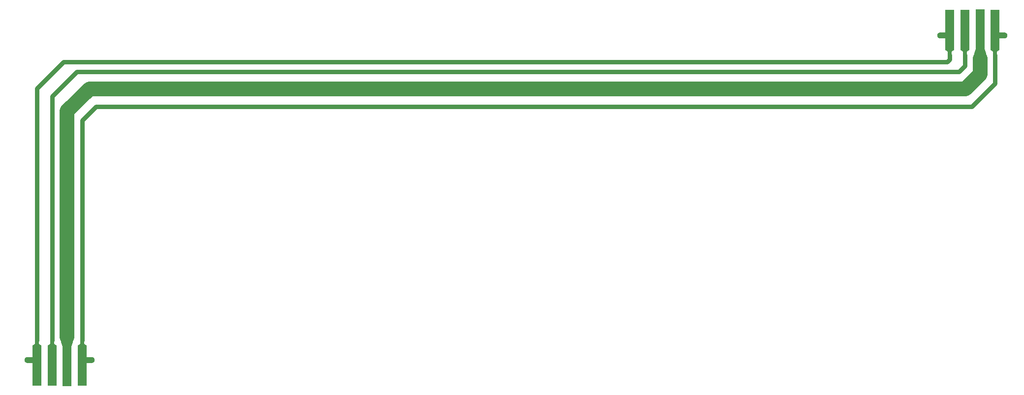
<source format=gtl>
G04 #@! TF.GenerationSoftware,KiCad,Pcbnew,8.0.0*
G04 #@! TF.CreationDate,2024-03-09T16:45:53+00:00*
G04 #@! TF.ProjectId,ibm-model-m-flex-ribbon-cable,69626d2d-6d6f-4646-956c-2d6d2d666c65,rev?*
G04 #@! TF.SameCoordinates,Original*
G04 #@! TF.FileFunction,Copper,L1,Top*
G04 #@! TF.FilePolarity,Positive*
%FSLAX46Y46*%
G04 Gerber Fmt 4.6, Leading zero omitted, Abs format (unit mm)*
G04 Created by KiCad (PCBNEW 8.0.0) date 2024-03-09 16:45:53*
%MOMM*%
%LPD*%
G01*
G04 APERTURE LIST*
G04 Aperture macros list*
%AMFreePoly0*
4,1,24,0.375000,-0.621100,0.800000,-0.871100,0.800000,-2.871100,1.650000,-2.871100,1.721523,-2.873644,1.858776,-2.913945,1.979114,-2.991282,2.072790,-3.099390,2.132213,-3.229509,2.152571,-3.371100,2.132213,-3.512691,2.072790,-3.642810,1.979114,-3.750918,1.858776,-3.828255,1.721523,-3.868556,1.650000,-3.871100,0.800000,-3.871100,0.800000,-7.771100,-0.800000,-7.771100,-0.800000,-0.871100,
-0.375000,-0.621100,-0.375000,0.621100,0.375000,0.621100,0.375000,-0.621100,0.375000,-0.621100,$1*%
%AMFreePoly1*
4,1,9,0.375000,-0.621100,0.800000,-0.871100,0.800000,-7.771100,-0.800000,-7.771100,-0.800000,-0.871100,-0.375000,-0.621100,-0.375000,0.621100,0.375000,0.621100,0.375000,-0.621100,0.375000,-0.621100,$1*%
%AMFreePoly2*
4,1,7,0.800000,0.720964,1.250000,-0.771236,-1.250000,-0.771236,-0.800000,0.720964,-0.800000,7.620964,0.800000,7.620964,0.800000,0.720964,0.800000,0.720964,$1*%
%AMFreePoly3*
4,1,24,0.375000,-0.621100,0.800000,-0.871100,0.800000,-7.771100,-0.800000,-7.771100,-0.800000,-3.871100,-1.650000,-3.871100,-1.721523,-3.868556,-1.858776,-3.828255,-1.979114,-3.750918,-2.072790,-3.642810,-2.132213,-3.512691,-2.152571,-3.371100,-2.132213,-3.229509,-2.072790,-3.099390,-1.979114,-2.991282,-1.858776,-2.913945,-1.721523,-2.873644,-1.650000,-2.871100,-0.800000,-2.871100,-0.800000,-0.871100,
-0.375000,-0.621100,-0.375000,0.621100,0.375000,0.621100,0.375000,-0.621100,0.375000,-0.621100,$1*%
G04 Aperture macros list end*
G04 #@! TA.AperFunction,SMDPad,CuDef*
%ADD10FreePoly0,180.000000*%
G04 #@! TD*
G04 #@! TA.AperFunction,SMDPad,CuDef*
%ADD11FreePoly1,180.000000*%
G04 #@! TD*
G04 #@! TA.AperFunction,SMDPad,CuDef*
%ADD12FreePoly2,0.000000*%
G04 #@! TD*
G04 #@! TA.AperFunction,SMDPad,CuDef*
%ADD13FreePoly3,180.000000*%
G04 #@! TD*
G04 #@! TA.AperFunction,SMDPad,CuDef*
%ADD14FreePoly3,0.000000*%
G04 #@! TD*
G04 #@! TA.AperFunction,SMDPad,CuDef*
%ADD15FreePoly1,0.000000*%
G04 #@! TD*
G04 #@! TA.AperFunction,SMDPad,CuDef*
%ADD16FreePoly2,180.000000*%
G04 #@! TD*
G04 #@! TA.AperFunction,SMDPad,CuDef*
%ADD17FreePoly0,0.000000*%
G04 #@! TD*
G04 #@! TA.AperFunction,Conductor*
%ADD18C,2.500000*%
G04 #@! TD*
G04 #@! TA.AperFunction,Conductor*
%ADD19C,0.750000*%
G04 #@! TD*
G04 APERTURE END LIST*
D10*
X229750000Y-59675000D03*
D11*
X232350000Y-59675000D03*
D12*
X234950000Y-59444864D03*
D13*
X237550000Y-59675000D03*
D14*
X72750000Y-108864864D03*
D15*
X75350000Y-108864864D03*
D16*
X77950000Y-109095000D03*
D17*
X80550000Y-108864864D03*
D18*
X77950000Y-108245000D02*
X77950000Y-69350000D01*
X81800000Y-65500000D02*
X232450000Y-65500000D01*
X77950000Y-69350000D02*
X81800000Y-65500000D01*
X234950000Y-63000000D02*
X234950000Y-60294864D01*
X232450000Y-65500000D02*
X234950000Y-63000000D01*
D19*
X80550000Y-70950000D02*
X80550000Y-108864864D01*
X233575000Y-68550000D02*
X82950000Y-68550000D01*
X237550000Y-59675000D02*
X237550000Y-64575000D01*
X82950000Y-68550000D02*
X80550000Y-70950000D01*
X237550000Y-64575000D02*
X233575000Y-68550000D01*
X231325000Y-62525000D02*
X232350000Y-61500000D01*
X232350000Y-61500000D02*
X232350000Y-59675000D01*
X79575000Y-62525000D02*
X231325000Y-62525000D01*
X75350000Y-66750000D02*
X79575000Y-62525000D01*
X75350000Y-66750000D02*
X75350000Y-108864864D01*
X72750000Y-65425000D02*
X77300000Y-60875000D01*
X72750000Y-108864864D02*
X72750000Y-65425000D01*
X229300000Y-60875000D02*
X229750000Y-60425000D01*
X77300000Y-60875000D02*
X229300000Y-60875000D01*
X229750000Y-60425000D02*
X229750000Y-59675000D01*
M02*

</source>
